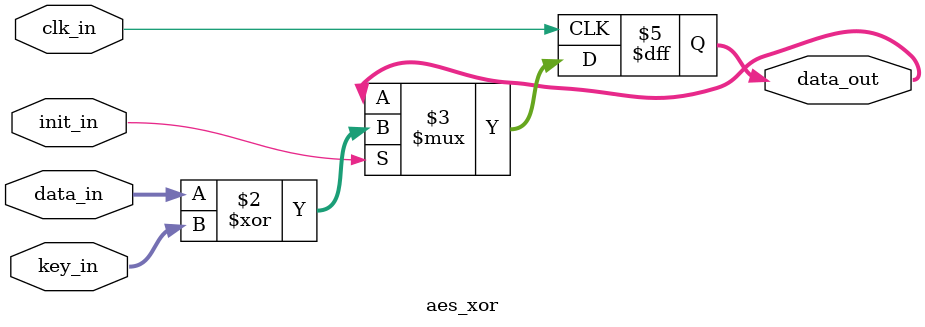
<source format=sv>
module aes_xor (
  input wire clk_in,
  input wire init_in,
  input wire [127:0] data_in,
  input wire [127:0] key_in,
  output logic [127:0] data_out
);

  always_ff @(posedge clk_in) begin
    if (init_in) begin
      data_out <= data_in ^ key_in;
    end
  end
  
endmodule
</source>
